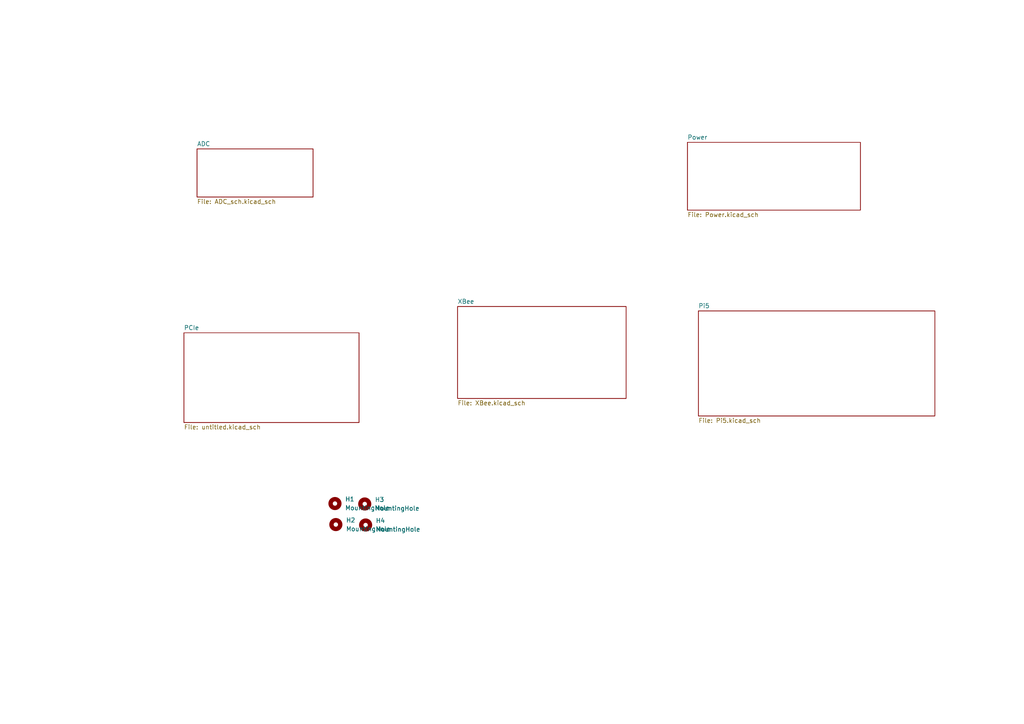
<source format=kicad_sch>
(kicad_sch (version 20230121) (generator eeschema)
  (paper "A4")
  (lib_symbols
    (symbol "Mechanical:MountingHole" (pin_names (offset 1.016))
      (property "Reference" "H" (at 0 5.08 0))
      (property "Value" "MountingHole" (at 0 3.175 0))
      (symbol "MountingHole_0_1"
        (circle (center 0 0) (radius 1.27) (stroke (width 1.27)))
      )
    )
  )
  (symbol (lib_id "Mechanical:MountingHole") (at 106.045 152.273 0) (unit 1)
    (property "Reference" "H4" (at 108.966 151.003 0) (effects (justify left)))
    (property "Value" "MountingHole" (at 108.966 153.543 0) (effects (justify left)))
    (property "Footprint" "MountingHole:MountingHole_2.5mm" (effects hide))
  )
  (symbol (lib_id "Mechanical:MountingHole") (at 105.791 146.177 0) (unit 1)
    (property "Reference" "H3" (at 108.712 144.907 0) (effects (justify left)))
    (property "Value" "MountingHole" (at 108.712 147.447 0) (effects (justify left)))
    (property "Footprint" "MountingHole:MountingHole_2.5mm" (effects hide))
  )
  (symbol (lib_id "Mechanical:MountingHole") (at 97.155 146.05 0) (unit 1)
    (property "Reference" "H1" (at 100.076 144.78 0) (effects (justify left)))
    (property "Value" "MountingHole" (at 100.076 147.32 0) (effects (justify left)))
    (property "Footprint" "MountingHole:MountingHole_2.5mm" (effects hide))
  )
  (symbol (lib_id "Mechanical:MountingHole") (at 97.409 152.146 0) (unit 1)
    (property "Reference" "H2" (at 100.33 150.876 0) (effects (justify left)))
    (property "Value" "MountingHole" (at 100.33 153.416 0) (effects (justify left)))
    (property "Footprint" "MountingHole:MountingHole_2.5mm" (effects hide))
  )
  (sheet (at 202.565 90.17) (size 68.58 30.48) (stroke (width 0.1524))
    (property "Sheetname" "Pi5" (at 202.565 89.4584 0) (effects (justify left bottom)))
    (property "Sheetfile" "Pi5.kicad_sch" (at 202.565 121.2346 0) (effects (justify left top)))
  )
  (sheet (at 132.715 88.9) (size 48.895 26.67) (stroke (width 0.1524))
    (property "Sheetname" "XBee" (at 132.715 88.1884 0) (effects (justify left bottom)))
    (property "Sheetfile" "XBee.kicad_sch" (at 132.715 116.1546 0) (effects (justify left top)))
  )
  (sheet (at 53.34 96.52) (size 50.8 26.035) (stroke (width 0.1524))
    (property "Sheetname" "PCIe" (at 53.34 95.8084 0) (effects (justify left bottom)))
    (property "Sheetfile" "untitled.kicad_sch" (at 53.34 123.1396 0) (effects (justify left top)))
  )
  (sheet (at 57.15 43.18) (size 33.655 13.97) (stroke (width 0.1524))
    (property "Sheetname" "ADC" (at 57.15 42.4684 0) (effects (justify left bottom)))
    (property "Sheetfile" "ADC_sch.kicad_sch" (at 57.15 57.7346 0) (effects (justify left top)))
  )
  (sheet (at 199.39 41.275) (size 50.165 19.685) (stroke (width 0.1524))
    (property "Sheetname" "Power" (at 199.39 40.5634 0) (effects (justify left bottom)))
    (property "Sheetfile" "Power.kicad_sch" (at 199.39 61.5446 0) (effects (justify left top)))
  )
)
</source>
